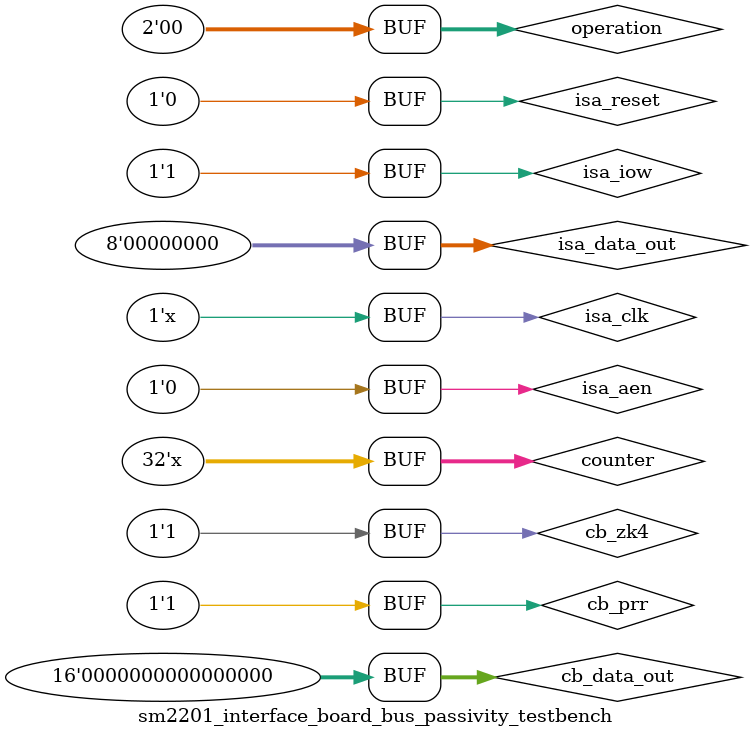
<source format=v>
`timescale 1ns / 1ps


module sm2201_interface_board_bus_passivity_testbench;

    // isa input signals
    reg isa_clk;
    reg isa_ior;
    reg isa_iow;
    reg isa_reset;
    reg isa_ale;
    reg isa_aen;
    wire q_r_debug;

    reg [9:0] isa_addr;
    wire [7:0] isa_data;
    reg [31:0] counter;
    reg [1:0] operation;        // 0 - read, 1 - write
    reg [31:0] state;
    wire cb_b_b1;

    // isa output signals
    wire [7:0] isa_irq;
    wire isa_chrdy;

    // CAMAC input signals
    reg cb_prr;
    reg cb_zk4;
    wire [15:0] cb_data;
    reg [15:0] cb_data_out;
    //wire [15:0] cb_data_in;
    //reg [15:0] cb_data_in_buffer;
    wire [11:0] cb_addr;
    reg [7:0] isa_data_out;
    //wire [7:0] isa_data_in;
    

    assign cb_data = cb_b_b1 == 1'b1 ? cb_data_out : 16'bz; //cb_data_in;
    assign isa_data = q_r_debug == 1'b1 ? isa_data_out : 8'bz;// isa_data_in;
    //assign cb_data_in = cb_data_in_buffer;


    localparam reg[31:0] WRITE_ADDR_INT_REG_READY = 0;
    localparam reg[31:0] WRITE_ADDR_INT_REG_SEND = 1;

    // Instantiate the Unit Under Test (UUT)
    sm2201_interface_board
    uut (
        // isa inputs
        .isa_clk(isa_clk), 
        .isa_reset(isa_reset), 
        .isa_ior(isa_ior), 
        .isa_iow(isa_iow), 
        .isa_addr(isa_addr),
        .isa_data(isa_data),
        .isa_ale(isa_ale),
        .isa_aen(isa_aen),
        // isa outputs
        .isa_chrdy(isa_chrdy),
        // debug
        .q_r_debug(q_r_debug),
        // CAMAC inputs
        .cb_prr(cb_prr),
        .cb_zk4(cb_zk4),
        .cb_cx1(cb_cx1),
        .cb_data(cb_data),
        .cb_addr(cb_addr),
        .cb_b_b1(cb_b_b1)
    );

    initial 
    begin
        // initial ISA
        isa_reset <= 0;
        isa_clk <= 0;
        isa_ior <= 1;
        isa_iow <= 1;
        isa_addr <= 34;
        isa_ale <= 0;
        isa_aen <= 0;
        // initial CAMAC
        cb_prr <= 1;
        cb_zk4 <= 1;
        isa_data_out <= 16'b0000000000000000;
        cb_data_out <= 16'b0000000000000000;//16'b1111111111111111;  // because we have opened inputs
        //cb_data_in_buffer <= 8'b00000000;
        counter <= 0;
        operation <= 0;
    end
    
    // we are model ISA logic
    always
    begin
        #75 isa_clk <= ~isa_clk; 
        #150 counter <= counter + 1;
        if (counter == 100)
        begin
            isa_addr <= 262; // 106h
            isa_ale <= 1'b1;
        end
        if (counter == 110)
            isa_ale <= 1'b0;
        if (counter == 120)
            isa_ior <= 1'b0;
        if (counter == 200)
            isa_ior <= 1'b1;
    end
endmodule

</source>
